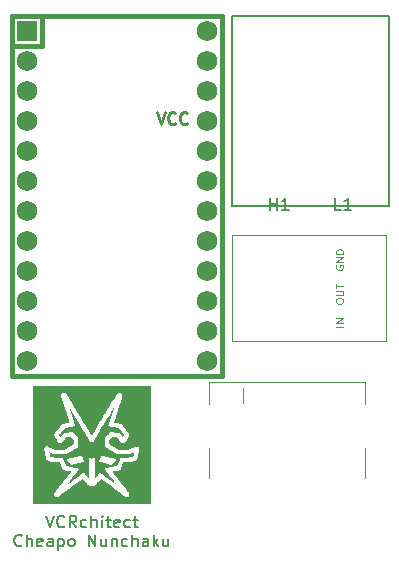
<source format=gbr>
%TF.GenerationSoftware,KiCad,Pcbnew,8.0.3*%
%TF.CreationDate,2024-07-16T22:13:22-05:00*%
%TF.ProjectId,3.3v Pro Micro Wii Connector,332e3376-2050-4726-9f20-4d6963726f20,rev?*%
%TF.SameCoordinates,Original*%
%TF.FileFunction,Legend,Top*%
%TF.FilePolarity,Positive*%
%FSLAX46Y46*%
G04 Gerber Fmt 4.6, Leading zero omitted, Abs format (unit mm)*
G04 Created by KiCad (PCBNEW 8.0.3) date 2024-07-16 22:13:22*
%MOMM*%
%LPD*%
G01*
G04 APERTURE LIST*
%ADD10C,0.200000*%
%ADD11C,0.250000*%
%ADD12C,0.125000*%
%ADD13C,0.120000*%
%ADD14C,0.127000*%
%ADD15C,0.000000*%
%ADD16C,0.381000*%
%ADD17C,0.100000*%
%ADD18R,1.752600X1.752600*%
%ADD19C,1.752600*%
G04 APERTURE END LIST*
D10*
X187865863Y-96857219D02*
X187389673Y-96857219D01*
X187389673Y-96857219D02*
X187389673Y-95857219D01*
X188723006Y-96857219D02*
X188151578Y-96857219D01*
X188437292Y-96857219D02*
X188437292Y-95857219D01*
X188437292Y-95857219D02*
X188342054Y-96000076D01*
X188342054Y-96000076D02*
X188246816Y-96095314D01*
X188246816Y-96095314D02*
X188151578Y-96142933D01*
D11*
X172279711Y-88604619D02*
X172613044Y-89604619D01*
X172613044Y-89604619D02*
X172946377Y-88604619D01*
X173851139Y-89509380D02*
X173803520Y-89557000D01*
X173803520Y-89557000D02*
X173660663Y-89604619D01*
X173660663Y-89604619D02*
X173565425Y-89604619D01*
X173565425Y-89604619D02*
X173422568Y-89557000D01*
X173422568Y-89557000D02*
X173327330Y-89461761D01*
X173327330Y-89461761D02*
X173279711Y-89366523D01*
X173279711Y-89366523D02*
X173232092Y-89176047D01*
X173232092Y-89176047D02*
X173232092Y-89033190D01*
X173232092Y-89033190D02*
X173279711Y-88842714D01*
X173279711Y-88842714D02*
X173327330Y-88747476D01*
X173327330Y-88747476D02*
X173422568Y-88652238D01*
X173422568Y-88652238D02*
X173565425Y-88604619D01*
X173565425Y-88604619D02*
X173660663Y-88604619D01*
X173660663Y-88604619D02*
X173803520Y-88652238D01*
X173803520Y-88652238D02*
X173851139Y-88699857D01*
X174851139Y-89509380D02*
X174803520Y-89557000D01*
X174803520Y-89557000D02*
X174660663Y-89604619D01*
X174660663Y-89604619D02*
X174565425Y-89604619D01*
X174565425Y-89604619D02*
X174422568Y-89557000D01*
X174422568Y-89557000D02*
X174327330Y-89461761D01*
X174327330Y-89461761D02*
X174279711Y-89366523D01*
X174279711Y-89366523D02*
X174232092Y-89176047D01*
X174232092Y-89176047D02*
X174232092Y-89033190D01*
X174232092Y-89033190D02*
X174279711Y-88842714D01*
X174279711Y-88842714D02*
X174327330Y-88747476D01*
X174327330Y-88747476D02*
X174422568Y-88652238D01*
X174422568Y-88652238D02*
X174565425Y-88604619D01*
X174565425Y-88604619D02*
X174660663Y-88604619D01*
X174660663Y-88604619D02*
X174803520Y-88652238D01*
X174803520Y-88652238D02*
X174851139Y-88699857D01*
D10*
X181889673Y-96857219D02*
X181889673Y-95857219D01*
X181889673Y-96333409D02*
X182461101Y-96333409D01*
X182461101Y-96857219D02*
X182461101Y-95857219D01*
X183461101Y-96857219D02*
X182889673Y-96857219D01*
X183175387Y-96857219D02*
X183175387Y-95857219D01*
X183175387Y-95857219D02*
X183080149Y-96000076D01*
X183080149Y-96000076D02*
X182984911Y-96095314D01*
X182984911Y-96095314D02*
X182889673Y-96142933D01*
X162889047Y-122747275D02*
X163222380Y-123747275D01*
X163222380Y-123747275D02*
X163555713Y-122747275D01*
X164460475Y-123652036D02*
X164412856Y-123699656D01*
X164412856Y-123699656D02*
X164269999Y-123747275D01*
X164269999Y-123747275D02*
X164174761Y-123747275D01*
X164174761Y-123747275D02*
X164031904Y-123699656D01*
X164031904Y-123699656D02*
X163936666Y-123604417D01*
X163936666Y-123604417D02*
X163889047Y-123509179D01*
X163889047Y-123509179D02*
X163841428Y-123318703D01*
X163841428Y-123318703D02*
X163841428Y-123175846D01*
X163841428Y-123175846D02*
X163889047Y-122985370D01*
X163889047Y-122985370D02*
X163936666Y-122890132D01*
X163936666Y-122890132D02*
X164031904Y-122794894D01*
X164031904Y-122794894D02*
X164174761Y-122747275D01*
X164174761Y-122747275D02*
X164269999Y-122747275D01*
X164269999Y-122747275D02*
X164412856Y-122794894D01*
X164412856Y-122794894D02*
X164460475Y-122842513D01*
X165460475Y-123747275D02*
X165127142Y-123271084D01*
X164889047Y-123747275D02*
X164889047Y-122747275D01*
X164889047Y-122747275D02*
X165269999Y-122747275D01*
X165269999Y-122747275D02*
X165365237Y-122794894D01*
X165365237Y-122794894D02*
X165412856Y-122842513D01*
X165412856Y-122842513D02*
X165460475Y-122937751D01*
X165460475Y-122937751D02*
X165460475Y-123080608D01*
X165460475Y-123080608D02*
X165412856Y-123175846D01*
X165412856Y-123175846D02*
X165365237Y-123223465D01*
X165365237Y-123223465D02*
X165269999Y-123271084D01*
X165269999Y-123271084D02*
X164889047Y-123271084D01*
X166317618Y-123699656D02*
X166222380Y-123747275D01*
X166222380Y-123747275D02*
X166031904Y-123747275D01*
X166031904Y-123747275D02*
X165936666Y-123699656D01*
X165936666Y-123699656D02*
X165889047Y-123652036D01*
X165889047Y-123652036D02*
X165841428Y-123556798D01*
X165841428Y-123556798D02*
X165841428Y-123271084D01*
X165841428Y-123271084D02*
X165889047Y-123175846D01*
X165889047Y-123175846D02*
X165936666Y-123128227D01*
X165936666Y-123128227D02*
X166031904Y-123080608D01*
X166031904Y-123080608D02*
X166222380Y-123080608D01*
X166222380Y-123080608D02*
X166317618Y-123128227D01*
X166746190Y-123747275D02*
X166746190Y-122747275D01*
X167174761Y-123747275D02*
X167174761Y-123223465D01*
X167174761Y-123223465D02*
X167127142Y-123128227D01*
X167127142Y-123128227D02*
X167031904Y-123080608D01*
X167031904Y-123080608D02*
X166889047Y-123080608D01*
X166889047Y-123080608D02*
X166793809Y-123128227D01*
X166793809Y-123128227D02*
X166746190Y-123175846D01*
X167650952Y-123747275D02*
X167650952Y-123080608D01*
X167650952Y-122747275D02*
X167603333Y-122794894D01*
X167603333Y-122794894D02*
X167650952Y-122842513D01*
X167650952Y-122842513D02*
X167698571Y-122794894D01*
X167698571Y-122794894D02*
X167650952Y-122747275D01*
X167650952Y-122747275D02*
X167650952Y-122842513D01*
X167984285Y-123080608D02*
X168365237Y-123080608D01*
X168127142Y-122747275D02*
X168127142Y-123604417D01*
X168127142Y-123604417D02*
X168174761Y-123699656D01*
X168174761Y-123699656D02*
X168269999Y-123747275D01*
X168269999Y-123747275D02*
X168365237Y-123747275D01*
X169079523Y-123699656D02*
X168984285Y-123747275D01*
X168984285Y-123747275D02*
X168793809Y-123747275D01*
X168793809Y-123747275D02*
X168698571Y-123699656D01*
X168698571Y-123699656D02*
X168650952Y-123604417D01*
X168650952Y-123604417D02*
X168650952Y-123223465D01*
X168650952Y-123223465D02*
X168698571Y-123128227D01*
X168698571Y-123128227D02*
X168793809Y-123080608D01*
X168793809Y-123080608D02*
X168984285Y-123080608D01*
X168984285Y-123080608D02*
X169079523Y-123128227D01*
X169079523Y-123128227D02*
X169127142Y-123223465D01*
X169127142Y-123223465D02*
X169127142Y-123318703D01*
X169127142Y-123318703D02*
X168650952Y-123413941D01*
X169984285Y-123699656D02*
X169889047Y-123747275D01*
X169889047Y-123747275D02*
X169698571Y-123747275D01*
X169698571Y-123747275D02*
X169603333Y-123699656D01*
X169603333Y-123699656D02*
X169555714Y-123652036D01*
X169555714Y-123652036D02*
X169508095Y-123556798D01*
X169508095Y-123556798D02*
X169508095Y-123271084D01*
X169508095Y-123271084D02*
X169555714Y-123175846D01*
X169555714Y-123175846D02*
X169603333Y-123128227D01*
X169603333Y-123128227D02*
X169698571Y-123080608D01*
X169698571Y-123080608D02*
X169889047Y-123080608D01*
X169889047Y-123080608D02*
X169984285Y-123128227D01*
X170270000Y-123080608D02*
X170650952Y-123080608D01*
X170412857Y-122747275D02*
X170412857Y-123604417D01*
X170412857Y-123604417D02*
X170460476Y-123699656D01*
X170460476Y-123699656D02*
X170555714Y-123747275D01*
X170555714Y-123747275D02*
X170650952Y-123747275D01*
X160841427Y-125261980D02*
X160793808Y-125309600D01*
X160793808Y-125309600D02*
X160650951Y-125357219D01*
X160650951Y-125357219D02*
X160555713Y-125357219D01*
X160555713Y-125357219D02*
X160412856Y-125309600D01*
X160412856Y-125309600D02*
X160317618Y-125214361D01*
X160317618Y-125214361D02*
X160269999Y-125119123D01*
X160269999Y-125119123D02*
X160222380Y-124928647D01*
X160222380Y-124928647D02*
X160222380Y-124785790D01*
X160222380Y-124785790D02*
X160269999Y-124595314D01*
X160269999Y-124595314D02*
X160317618Y-124500076D01*
X160317618Y-124500076D02*
X160412856Y-124404838D01*
X160412856Y-124404838D02*
X160555713Y-124357219D01*
X160555713Y-124357219D02*
X160650951Y-124357219D01*
X160650951Y-124357219D02*
X160793808Y-124404838D01*
X160793808Y-124404838D02*
X160841427Y-124452457D01*
X161269999Y-125357219D02*
X161269999Y-124357219D01*
X161698570Y-125357219D02*
X161698570Y-124833409D01*
X161698570Y-124833409D02*
X161650951Y-124738171D01*
X161650951Y-124738171D02*
X161555713Y-124690552D01*
X161555713Y-124690552D02*
X161412856Y-124690552D01*
X161412856Y-124690552D02*
X161317618Y-124738171D01*
X161317618Y-124738171D02*
X161269999Y-124785790D01*
X162555713Y-125309600D02*
X162460475Y-125357219D01*
X162460475Y-125357219D02*
X162269999Y-125357219D01*
X162269999Y-125357219D02*
X162174761Y-125309600D01*
X162174761Y-125309600D02*
X162127142Y-125214361D01*
X162127142Y-125214361D02*
X162127142Y-124833409D01*
X162127142Y-124833409D02*
X162174761Y-124738171D01*
X162174761Y-124738171D02*
X162269999Y-124690552D01*
X162269999Y-124690552D02*
X162460475Y-124690552D01*
X162460475Y-124690552D02*
X162555713Y-124738171D01*
X162555713Y-124738171D02*
X162603332Y-124833409D01*
X162603332Y-124833409D02*
X162603332Y-124928647D01*
X162603332Y-124928647D02*
X162127142Y-125023885D01*
X163460475Y-125357219D02*
X163460475Y-124833409D01*
X163460475Y-124833409D02*
X163412856Y-124738171D01*
X163412856Y-124738171D02*
X163317618Y-124690552D01*
X163317618Y-124690552D02*
X163127142Y-124690552D01*
X163127142Y-124690552D02*
X163031904Y-124738171D01*
X163460475Y-125309600D02*
X163365237Y-125357219D01*
X163365237Y-125357219D02*
X163127142Y-125357219D01*
X163127142Y-125357219D02*
X163031904Y-125309600D01*
X163031904Y-125309600D02*
X162984285Y-125214361D01*
X162984285Y-125214361D02*
X162984285Y-125119123D01*
X162984285Y-125119123D02*
X163031904Y-125023885D01*
X163031904Y-125023885D02*
X163127142Y-124976266D01*
X163127142Y-124976266D02*
X163365237Y-124976266D01*
X163365237Y-124976266D02*
X163460475Y-124928647D01*
X163936666Y-124690552D02*
X163936666Y-125690552D01*
X163936666Y-124738171D02*
X164031904Y-124690552D01*
X164031904Y-124690552D02*
X164222380Y-124690552D01*
X164222380Y-124690552D02*
X164317618Y-124738171D01*
X164317618Y-124738171D02*
X164365237Y-124785790D01*
X164365237Y-124785790D02*
X164412856Y-124881028D01*
X164412856Y-124881028D02*
X164412856Y-125166742D01*
X164412856Y-125166742D02*
X164365237Y-125261980D01*
X164365237Y-125261980D02*
X164317618Y-125309600D01*
X164317618Y-125309600D02*
X164222380Y-125357219D01*
X164222380Y-125357219D02*
X164031904Y-125357219D01*
X164031904Y-125357219D02*
X163936666Y-125309600D01*
X164984285Y-125357219D02*
X164889047Y-125309600D01*
X164889047Y-125309600D02*
X164841428Y-125261980D01*
X164841428Y-125261980D02*
X164793809Y-125166742D01*
X164793809Y-125166742D02*
X164793809Y-124881028D01*
X164793809Y-124881028D02*
X164841428Y-124785790D01*
X164841428Y-124785790D02*
X164889047Y-124738171D01*
X164889047Y-124738171D02*
X164984285Y-124690552D01*
X164984285Y-124690552D02*
X165127142Y-124690552D01*
X165127142Y-124690552D02*
X165222380Y-124738171D01*
X165222380Y-124738171D02*
X165269999Y-124785790D01*
X165269999Y-124785790D02*
X165317618Y-124881028D01*
X165317618Y-124881028D02*
X165317618Y-125166742D01*
X165317618Y-125166742D02*
X165269999Y-125261980D01*
X165269999Y-125261980D02*
X165222380Y-125309600D01*
X165222380Y-125309600D02*
X165127142Y-125357219D01*
X165127142Y-125357219D02*
X164984285Y-125357219D01*
X166508095Y-125357219D02*
X166508095Y-124357219D01*
X166508095Y-124357219D02*
X167079523Y-125357219D01*
X167079523Y-125357219D02*
X167079523Y-124357219D01*
X167984285Y-124690552D02*
X167984285Y-125357219D01*
X167555714Y-124690552D02*
X167555714Y-125214361D01*
X167555714Y-125214361D02*
X167603333Y-125309600D01*
X167603333Y-125309600D02*
X167698571Y-125357219D01*
X167698571Y-125357219D02*
X167841428Y-125357219D01*
X167841428Y-125357219D02*
X167936666Y-125309600D01*
X167936666Y-125309600D02*
X167984285Y-125261980D01*
X168460476Y-124690552D02*
X168460476Y-125357219D01*
X168460476Y-124785790D02*
X168508095Y-124738171D01*
X168508095Y-124738171D02*
X168603333Y-124690552D01*
X168603333Y-124690552D02*
X168746190Y-124690552D01*
X168746190Y-124690552D02*
X168841428Y-124738171D01*
X168841428Y-124738171D02*
X168889047Y-124833409D01*
X168889047Y-124833409D02*
X168889047Y-125357219D01*
X169793809Y-125309600D02*
X169698571Y-125357219D01*
X169698571Y-125357219D02*
X169508095Y-125357219D01*
X169508095Y-125357219D02*
X169412857Y-125309600D01*
X169412857Y-125309600D02*
X169365238Y-125261980D01*
X169365238Y-125261980D02*
X169317619Y-125166742D01*
X169317619Y-125166742D02*
X169317619Y-124881028D01*
X169317619Y-124881028D02*
X169365238Y-124785790D01*
X169365238Y-124785790D02*
X169412857Y-124738171D01*
X169412857Y-124738171D02*
X169508095Y-124690552D01*
X169508095Y-124690552D02*
X169698571Y-124690552D01*
X169698571Y-124690552D02*
X169793809Y-124738171D01*
X170222381Y-125357219D02*
X170222381Y-124357219D01*
X170650952Y-125357219D02*
X170650952Y-124833409D01*
X170650952Y-124833409D02*
X170603333Y-124738171D01*
X170603333Y-124738171D02*
X170508095Y-124690552D01*
X170508095Y-124690552D02*
X170365238Y-124690552D01*
X170365238Y-124690552D02*
X170270000Y-124738171D01*
X170270000Y-124738171D02*
X170222381Y-124785790D01*
X171555714Y-125357219D02*
X171555714Y-124833409D01*
X171555714Y-124833409D02*
X171508095Y-124738171D01*
X171508095Y-124738171D02*
X171412857Y-124690552D01*
X171412857Y-124690552D02*
X171222381Y-124690552D01*
X171222381Y-124690552D02*
X171127143Y-124738171D01*
X171555714Y-125309600D02*
X171460476Y-125357219D01*
X171460476Y-125357219D02*
X171222381Y-125357219D01*
X171222381Y-125357219D02*
X171127143Y-125309600D01*
X171127143Y-125309600D02*
X171079524Y-125214361D01*
X171079524Y-125214361D02*
X171079524Y-125119123D01*
X171079524Y-125119123D02*
X171127143Y-125023885D01*
X171127143Y-125023885D02*
X171222381Y-124976266D01*
X171222381Y-124976266D02*
X171460476Y-124976266D01*
X171460476Y-124976266D02*
X171555714Y-124928647D01*
X172031905Y-125357219D02*
X172031905Y-124357219D01*
X172127143Y-124976266D02*
X172412857Y-125357219D01*
X172412857Y-124690552D02*
X172031905Y-125071504D01*
X173270000Y-124690552D02*
X173270000Y-125357219D01*
X172841429Y-124690552D02*
X172841429Y-125214361D01*
X172841429Y-125214361D02*
X172889048Y-125309600D01*
X172889048Y-125309600D02*
X172984286Y-125357219D01*
X172984286Y-125357219D02*
X173127143Y-125357219D01*
X173127143Y-125357219D02*
X173222381Y-125309600D01*
X173222381Y-125309600D02*
X173270000Y-125261980D01*
D12*
X188083952Y-106739999D02*
X187433952Y-106739999D01*
X188083952Y-106430475D02*
X187433952Y-106430475D01*
X187433952Y-106430475D02*
X188083952Y-106059046D01*
X188083952Y-106059046D02*
X187433952Y-106059046D01*
X187433952Y-104635237D02*
X187433952Y-104511428D01*
X187433952Y-104511428D02*
X187464904Y-104449523D01*
X187464904Y-104449523D02*
X187526809Y-104387618D01*
X187526809Y-104387618D02*
X187650619Y-104356666D01*
X187650619Y-104356666D02*
X187867285Y-104356666D01*
X187867285Y-104356666D02*
X187991095Y-104387618D01*
X187991095Y-104387618D02*
X188053000Y-104449523D01*
X188053000Y-104449523D02*
X188083952Y-104511428D01*
X188083952Y-104511428D02*
X188083952Y-104635237D01*
X188083952Y-104635237D02*
X188053000Y-104697142D01*
X188053000Y-104697142D02*
X187991095Y-104759047D01*
X187991095Y-104759047D02*
X187867285Y-104789999D01*
X187867285Y-104789999D02*
X187650619Y-104789999D01*
X187650619Y-104789999D02*
X187526809Y-104759047D01*
X187526809Y-104759047D02*
X187464904Y-104697142D01*
X187464904Y-104697142D02*
X187433952Y-104635237D01*
X187433952Y-104078095D02*
X187960142Y-104078095D01*
X187960142Y-104078095D02*
X188022047Y-104047142D01*
X188022047Y-104047142D02*
X188053000Y-104016190D01*
X188053000Y-104016190D02*
X188083952Y-103954285D01*
X188083952Y-103954285D02*
X188083952Y-103830476D01*
X188083952Y-103830476D02*
X188053000Y-103768571D01*
X188053000Y-103768571D02*
X188022047Y-103737618D01*
X188022047Y-103737618D02*
X187960142Y-103706666D01*
X187960142Y-103706666D02*
X187433952Y-103706666D01*
X187433952Y-103490000D02*
X187433952Y-103118571D01*
X188083952Y-103304285D02*
X187433952Y-103304285D01*
X187464904Y-101570952D02*
X187433952Y-101632857D01*
X187433952Y-101632857D02*
X187433952Y-101725714D01*
X187433952Y-101725714D02*
X187464904Y-101818571D01*
X187464904Y-101818571D02*
X187526809Y-101880476D01*
X187526809Y-101880476D02*
X187588714Y-101911429D01*
X187588714Y-101911429D02*
X187712523Y-101942381D01*
X187712523Y-101942381D02*
X187805380Y-101942381D01*
X187805380Y-101942381D02*
X187929190Y-101911429D01*
X187929190Y-101911429D02*
X187991095Y-101880476D01*
X187991095Y-101880476D02*
X188053000Y-101818571D01*
X188053000Y-101818571D02*
X188083952Y-101725714D01*
X188083952Y-101725714D02*
X188083952Y-101663810D01*
X188083952Y-101663810D02*
X188053000Y-101570952D01*
X188053000Y-101570952D02*
X188022047Y-101540000D01*
X188022047Y-101540000D02*
X187805380Y-101540000D01*
X187805380Y-101540000D02*
X187805380Y-101663810D01*
X188083952Y-101261429D02*
X187433952Y-101261429D01*
X187433952Y-101261429D02*
X188083952Y-100890000D01*
X188083952Y-100890000D02*
X187433952Y-100890000D01*
X188083952Y-100580477D02*
X187433952Y-100580477D01*
X187433952Y-100580477D02*
X187433952Y-100425715D01*
X187433952Y-100425715D02*
X187464904Y-100332858D01*
X187464904Y-100332858D02*
X187526809Y-100270953D01*
X187526809Y-100270953D02*
X187588714Y-100240000D01*
X187588714Y-100240000D02*
X187712523Y-100209048D01*
X187712523Y-100209048D02*
X187805380Y-100209048D01*
X187805380Y-100209048D02*
X187929190Y-100240000D01*
X187929190Y-100240000D02*
X187991095Y-100270953D01*
X187991095Y-100270953D02*
X188053000Y-100332858D01*
X188053000Y-100332858D02*
X188083952Y-100425715D01*
X188083952Y-100425715D02*
X188083952Y-100580477D01*
D13*
%TO.C,Connector1*%
X176689000Y-111442000D02*
X176689000Y-113335000D01*
X176689000Y-111442000D02*
X189897000Y-111442000D01*
X176689000Y-117030000D02*
X176689000Y-119570000D01*
X179610000Y-113220000D02*
X179610000Y-111950000D01*
X189897000Y-111442000D02*
X189897000Y-113335000D01*
X189897000Y-117030000D02*
X189897000Y-119570000D01*
D14*
%TO.C,U3*%
X178605000Y-80465000D02*
X191935000Y-80465000D01*
X178605000Y-96515000D02*
X178605000Y-80465000D01*
X191935000Y-80465000D02*
X191935000Y-96515000D01*
X191935000Y-96515000D02*
X178605000Y-96515000D01*
D15*
%TO.C,G\u002A\u002A\u002A*%
G36*
X168664801Y-113589472D02*
G01*
X168653370Y-113627172D01*
X168634634Y-113686501D01*
X168609359Y-113765100D01*
X168578310Y-113860609D01*
X168542255Y-113970669D01*
X168501959Y-114092921D01*
X168458188Y-114225006D01*
X168423247Y-114329983D01*
X168377146Y-114468654D01*
X168333799Y-114599853D01*
X168293996Y-114721140D01*
X168258523Y-114830073D01*
X168228169Y-114924212D01*
X168203723Y-115001116D01*
X168185973Y-115058343D01*
X168175707Y-115093454D01*
X168173391Y-115103723D01*
X168175094Y-115122061D01*
X168181988Y-115137701D01*
X168196753Y-115151463D01*
X168222070Y-115164166D01*
X168260619Y-115176630D01*
X168315080Y-115189672D01*
X168388133Y-115204113D01*
X168482457Y-115220771D01*
X168600734Y-115240466D01*
X168643751Y-115247490D01*
X169063078Y-115315766D01*
X169295614Y-115606318D01*
X169357466Y-115683789D01*
X169413445Y-115754267D01*
X169461241Y-115814812D01*
X169498544Y-115862488D01*
X169523045Y-115894356D01*
X169532425Y-115907462D01*
X169527229Y-115922663D01*
X169510521Y-115953548D01*
X169486726Y-115993145D01*
X169460266Y-116034488D01*
X169435563Y-116070607D01*
X169417041Y-116094532D01*
X169410043Y-116100297D01*
X169400227Y-116089381D01*
X169378450Y-116059551D01*
X169347835Y-116015235D01*
X169311502Y-115960860D01*
X169307731Y-115955125D01*
X169269457Y-115898953D01*
X169234627Y-115851666D01*
X169206949Y-115818049D01*
X169190134Y-115802888D01*
X169189554Y-115802670D01*
X169160689Y-115795243D01*
X169110158Y-115784023D01*
X169042548Y-115769888D01*
X168962449Y-115753718D01*
X168874449Y-115736391D01*
X168783136Y-115718786D01*
X168693099Y-115701781D01*
X168608926Y-115686256D01*
X168535207Y-115673090D01*
X168476529Y-115663161D01*
X168437481Y-115657348D01*
X168424740Y-115656192D01*
X168407764Y-115657594D01*
X168390111Y-115663355D01*
X168368958Y-115675806D01*
X168341485Y-115697279D01*
X168304870Y-115730106D01*
X168256292Y-115776619D01*
X168192929Y-115839149D01*
X168142581Y-115889386D01*
X167909387Y-116122580D01*
X167909387Y-116525899D01*
X167909716Y-116652092D01*
X167910766Y-116752787D01*
X167912629Y-116830268D01*
X167915399Y-116886820D01*
X167919170Y-116924727D01*
X167924034Y-116946275D01*
X167926756Y-116951441D01*
X167942263Y-116962925D01*
X167979342Y-116986500D01*
X168035362Y-117020605D01*
X168107691Y-117063678D01*
X168193696Y-117114158D01*
X168290745Y-117170483D01*
X168396206Y-117231091D01*
X168446479Y-117259786D01*
X168948834Y-117545908D01*
X169478394Y-117545908D01*
X170007954Y-117545908D01*
X170175952Y-117461693D01*
X170237869Y-117431347D01*
X170290503Y-117406859D01*
X170329130Y-117390328D01*
X170349025Y-117383855D01*
X170350562Y-117384092D01*
X170351260Y-117400460D01*
X170346355Y-117437527D01*
X170337196Y-117489083D01*
X170325130Y-117548921D01*
X170311507Y-117610833D01*
X170297676Y-117668610D01*
X170284984Y-117716044D01*
X170274782Y-117746928D01*
X170269913Y-117755333D01*
X170251927Y-117761602D01*
X170211644Y-117773064D01*
X170153793Y-117788456D01*
X170083107Y-117806511D01*
X170020215Y-117822091D01*
X169785830Y-117879387D01*
X169503327Y-117879387D01*
X169396548Y-117879960D01*
X169315148Y-117881770D01*
X169256739Y-117884953D01*
X169218934Y-117889645D01*
X169199342Y-117895982D01*
X169198235Y-117896756D01*
X169187123Y-117913986D01*
X169167577Y-117953467D01*
X169141218Y-118011543D01*
X169109666Y-118084556D01*
X169074542Y-118168851D01*
X169042519Y-118248071D01*
X168909393Y-118582017D01*
X168419825Y-118651025D01*
X168283984Y-118670300D01*
X168173141Y-118686543D01*
X168084758Y-118700470D01*
X168016296Y-118712794D01*
X167965218Y-118724231D01*
X167928986Y-118735495D01*
X167905061Y-118747301D01*
X167890905Y-118760364D01*
X167883979Y-118775398D01*
X167881747Y-118793117D01*
X167881597Y-118802572D01*
X167881746Y-118810374D01*
X167882998Y-118818510D01*
X167886559Y-118828596D01*
X167893636Y-118842246D01*
X167905437Y-118861076D01*
X167923169Y-118886702D01*
X167948038Y-118920738D01*
X167981251Y-118964801D01*
X168024016Y-119020505D01*
X168077538Y-119089466D01*
X168143026Y-119173300D01*
X168221686Y-119273621D01*
X168314726Y-119392045D01*
X168423351Y-119530188D01*
X168461268Y-119578400D01*
X168545923Y-119686156D01*
X168625136Y-119787208D01*
X168697284Y-119879472D01*
X168760748Y-119960865D01*
X168813908Y-120029305D01*
X168855142Y-120082710D01*
X168882832Y-120118995D01*
X168895357Y-120136080D01*
X168895930Y-120137119D01*
X168885057Y-120130215D01*
X168853718Y-120108235D01*
X168803833Y-120072569D01*
X168737319Y-120024609D01*
X168656097Y-119965745D01*
X168562085Y-119897368D01*
X168457202Y-119820870D01*
X168343368Y-119737641D01*
X168222501Y-119649072D01*
X168213534Y-119642494D01*
X168091120Y-119552824D01*
X167974704Y-119467825D01*
X167866327Y-119388971D01*
X167768029Y-119317731D01*
X167681851Y-119255577D01*
X167609832Y-119203980D01*
X167554013Y-119164413D01*
X167516434Y-119138345D01*
X167499134Y-119127248D01*
X167498968Y-119127170D01*
X167475544Y-119119001D01*
X167452904Y-119118440D01*
X167428438Y-119127665D01*
X167399535Y-119148851D01*
X167363585Y-119184175D01*
X167317975Y-119235813D01*
X167260096Y-119305942D01*
X167210592Y-119367563D01*
X167020109Y-119606119D01*
X167020109Y-118702060D01*
X167020124Y-118516732D01*
X167020063Y-118357254D01*
X167019770Y-118221688D01*
X167019384Y-118157140D01*
X167411336Y-118157140D01*
X167490148Y-118180057D01*
X167647723Y-118225769D01*
X167797106Y-118268899D01*
X167936129Y-118308831D01*
X168062623Y-118344954D01*
X168174419Y-118376653D01*
X168269347Y-118403314D01*
X168345240Y-118424324D01*
X168399928Y-118439069D01*
X168431241Y-118446936D01*
X168437564Y-118448104D01*
X168453166Y-118438932D01*
X168485036Y-118412719D01*
X168530036Y-118372315D01*
X168585027Y-118320569D01*
X168646871Y-118260331D01*
X168672734Y-118234586D01*
X168743835Y-118162924D01*
X168797021Y-118108029D01*
X168834389Y-118067391D01*
X168858035Y-118038494D01*
X168870059Y-118018827D01*
X168872556Y-118005877D01*
X168869373Y-117998980D01*
X168858822Y-117975131D01*
X168860816Y-117963365D01*
X168866054Y-117949888D01*
X168864885Y-117948862D01*
X168850749Y-117945934D01*
X168812194Y-117937551D01*
X168751922Y-117924308D01*
X168672638Y-117906804D01*
X168577043Y-117885637D01*
X168467842Y-117861403D01*
X168347737Y-117834702D01*
X168235317Y-117809670D01*
X168107257Y-117781306D01*
X167987190Y-117755042D01*
X167877904Y-117731463D01*
X167782184Y-117711157D01*
X167702817Y-117694707D01*
X167642588Y-117682701D01*
X167604285Y-117675725D01*
X167591003Y-117674194D01*
X167579375Y-117688627D01*
X167561067Y-117727247D01*
X167537107Y-117787539D01*
X167508525Y-117866991D01*
X167491348Y-117917525D01*
X167411336Y-118157140D01*
X167019384Y-118157140D01*
X167019090Y-118108096D01*
X167017865Y-118014538D01*
X167015939Y-117939076D01*
X167013157Y-117879771D01*
X167009361Y-117834684D01*
X167004395Y-117801876D01*
X166998103Y-117779409D01*
X166990329Y-117765343D01*
X166980916Y-117757740D01*
X166969709Y-117754661D01*
X166956549Y-117754168D01*
X166943687Y-117754332D01*
X166918813Y-117757701D01*
X166897419Y-117770683D01*
X166875804Y-117797588D01*
X166850267Y-117842728D01*
X166826369Y-117891034D01*
X166803013Y-117937544D01*
X166783598Y-117972434D01*
X166771528Y-117989690D01*
X166770000Y-117990547D01*
X166760432Y-117978934D01*
X166742620Y-117948104D01*
X166719971Y-117904071D01*
X166713630Y-117891034D01*
X166682738Y-117829423D01*
X166658536Y-117789274D01*
X166637324Y-117766277D01*
X166615403Y-117756119D01*
X166596313Y-117754332D01*
X166581368Y-117754153D01*
X166568508Y-117754908D01*
X166557577Y-117758535D01*
X166548417Y-117766975D01*
X166540873Y-117782165D01*
X166534788Y-117806044D01*
X166530005Y-117840551D01*
X166526370Y-117887625D01*
X166523724Y-117949205D01*
X166521912Y-118027230D01*
X166520778Y-118123638D01*
X166520165Y-118240368D01*
X166519917Y-118379359D01*
X166519877Y-118542550D01*
X166519890Y-118702060D01*
X166519890Y-119606119D01*
X166329407Y-119367563D01*
X166261327Y-119283115D01*
X166207354Y-119218689D01*
X166164878Y-119172110D01*
X166131287Y-119141200D01*
X166103970Y-119123784D01*
X166080317Y-119117684D01*
X166057717Y-119120725D01*
X166041031Y-119127170D01*
X166024303Y-119137845D01*
X165987241Y-119163531D01*
X165931884Y-119202756D01*
X165860273Y-119254049D01*
X165774448Y-119315939D01*
X165676449Y-119386955D01*
X165568316Y-119465624D01*
X165452089Y-119550477D01*
X165329808Y-119640041D01*
X165326465Y-119642494D01*
X165205164Y-119731395D01*
X165090757Y-119815057D01*
X164985162Y-119892089D01*
X164890299Y-119961100D01*
X164808087Y-120020699D01*
X164740445Y-120069495D01*
X164689291Y-120106097D01*
X164656546Y-120129114D01*
X164644128Y-120137155D01*
X164644070Y-120137119D01*
X164652402Y-120125347D01*
X164676320Y-120093835D01*
X164714202Y-120044665D01*
X164764428Y-119979919D01*
X164825379Y-119901681D01*
X164895433Y-119812033D01*
X164972971Y-119713057D01*
X165056373Y-119606838D01*
X165078732Y-119578400D01*
X165192555Y-119433663D01*
X165290408Y-119309157D01*
X165373500Y-119203267D01*
X165443036Y-119114377D01*
X165500225Y-119040872D01*
X165546272Y-118981137D01*
X165582385Y-118933555D01*
X165609770Y-118896513D01*
X165629636Y-118868394D01*
X165643188Y-118847582D01*
X165651633Y-118832464D01*
X165656179Y-118821422D01*
X165658033Y-118812843D01*
X165658401Y-118805109D01*
X165658402Y-118802572D01*
X165657498Y-118783344D01*
X165653094Y-118767137D01*
X165642651Y-118753238D01*
X165623631Y-118740930D01*
X165593496Y-118729501D01*
X165549708Y-118718234D01*
X165489729Y-118706415D01*
X165411021Y-118693330D01*
X165311045Y-118678264D01*
X165187263Y-118660503D01*
X165120174Y-118651025D01*
X164630606Y-118582017D01*
X164497480Y-118248071D01*
X164460574Y-118156965D01*
X164425837Y-118073978D01*
X164397387Y-118008507D01*
X164667286Y-118008507D01*
X164671879Y-118022840D01*
X164686500Y-118044493D01*
X164713249Y-118075979D01*
X164754222Y-118119810D01*
X164811516Y-118178499D01*
X164867265Y-118234586D01*
X164930576Y-118297369D01*
X164987773Y-118352899D01*
X165035821Y-118398326D01*
X165071684Y-118430802D01*
X165092329Y-118447474D01*
X165095675Y-118449081D01*
X165112108Y-118445395D01*
X165151900Y-118434955D01*
X165211704Y-118418684D01*
X165288172Y-118397505D01*
X165377954Y-118372342D01*
X165477703Y-118344120D01*
X165526587Y-118330200D01*
X165634570Y-118299364D01*
X165738331Y-118269683D01*
X165833645Y-118242371D01*
X165916284Y-118218639D01*
X165982024Y-118199700D01*
X166026639Y-118186767D01*
X166035898Y-118184055D01*
X166128547Y-118156790D01*
X166048593Y-117917350D01*
X166017936Y-117828545D01*
X165991337Y-117757525D01*
X165969827Y-117706804D01*
X165954435Y-117678898D01*
X165948997Y-117674194D01*
X165931784Y-117676375D01*
X165890249Y-117684090D01*
X165827179Y-117696752D01*
X165745359Y-117713776D01*
X165647576Y-117734575D01*
X165536616Y-117758563D01*
X165415265Y-117785156D01*
X165304682Y-117809670D01*
X165177226Y-117838047D01*
X165058297Y-117864481D01*
X164950600Y-117888375D01*
X164856837Y-117909131D01*
X164779712Y-117926150D01*
X164721927Y-117938836D01*
X164686185Y-117946591D01*
X164675115Y-117948862D01*
X164676227Y-117958021D01*
X164679183Y-117963365D01*
X164678890Y-117984655D01*
X164670626Y-117998980D01*
X164667286Y-118008507D01*
X164397387Y-118008507D01*
X164394891Y-118002764D01*
X164369355Y-117946982D01*
X164350851Y-117910286D01*
X164341764Y-117896756D01*
X164323963Y-117890237D01*
X164288200Y-117885377D01*
X164232087Y-117882040D01*
X164153237Y-117880091D01*
X164049259Y-117879393D01*
X164036672Y-117879387D01*
X163754170Y-117879387D01*
X163519784Y-117822091D01*
X163442213Y-117802813D01*
X163373675Y-117785181D01*
X163318904Y-117770462D01*
X163282628Y-117759920D01*
X163270086Y-117755333D01*
X163262376Y-117739422D01*
X163251249Y-117702695D01*
X163238056Y-117651358D01*
X163224145Y-117591621D01*
X163210864Y-117529690D01*
X163199563Y-117471775D01*
X163191589Y-117424084D01*
X163188292Y-117392824D01*
X163189438Y-117384092D01*
X163203564Y-117387541D01*
X163237676Y-117401605D01*
X163287050Y-117424185D01*
X163346963Y-117453180D01*
X163364048Y-117461693D01*
X163532045Y-117545908D01*
X164061605Y-117545908D01*
X164591165Y-117545908D01*
X165093520Y-117259786D01*
X165201949Y-117197741D01*
X165303168Y-117139265D01*
X165394547Y-117085920D01*
X165473451Y-117039269D01*
X165537250Y-117000872D01*
X165583311Y-116972292D01*
X165609002Y-116955089D01*
X165613244Y-116951441D01*
X165618660Y-116936868D01*
X165622938Y-116907020D01*
X165626172Y-116859614D01*
X165628455Y-116792365D01*
X165629880Y-116702988D01*
X165630540Y-116589198D01*
X165630612Y-116525899D01*
X165630612Y-116122580D01*
X165397419Y-115889386D01*
X165322955Y-115815217D01*
X165265106Y-115758578D01*
X165221051Y-115717137D01*
X165187969Y-115688563D01*
X165163037Y-115670525D01*
X165143434Y-115660689D01*
X165126340Y-115656725D01*
X165115259Y-115656192D01*
X165091566Y-115658831D01*
X165045235Y-115666162D01*
X164980856Y-115677306D01*
X164903016Y-115691384D01*
X164816305Y-115707518D01*
X164725310Y-115724829D01*
X164634621Y-115742437D01*
X164548825Y-115759465D01*
X164472511Y-115775033D01*
X164410269Y-115788263D01*
X164366685Y-115798275D01*
X164350446Y-115802670D01*
X164334396Y-115816578D01*
X164307263Y-115849227D01*
X164272756Y-115895832D01*
X164234583Y-115951608D01*
X164232268Y-115955125D01*
X164195541Y-116010251D01*
X164164224Y-116055756D01*
X164141438Y-116087210D01*
X164130304Y-116100186D01*
X164129956Y-116100297D01*
X164118560Y-116089354D01*
X164097824Y-116061238D01*
X164072169Y-116022918D01*
X164046018Y-115981363D01*
X164023794Y-115943541D01*
X164009921Y-115916422D01*
X164007574Y-115907462D01*
X164017070Y-115894204D01*
X164041662Y-115862221D01*
X164079043Y-115814451D01*
X164126900Y-115753830D01*
X164182925Y-115683297D01*
X164244385Y-115606318D01*
X164476921Y-115315766D01*
X164896249Y-115247490D01*
X165022695Y-115226659D01*
X165124337Y-115209125D01*
X165203856Y-115194069D01*
X165263932Y-115180671D01*
X165307245Y-115168112D01*
X165336475Y-115155574D01*
X165354302Y-115142237D01*
X165363406Y-115127282D01*
X165366467Y-115109890D01*
X165366608Y-115103723D01*
X165362315Y-115086335D01*
X165349961Y-115045045D01*
X165330336Y-114982294D01*
X165304226Y-114900521D01*
X165272420Y-114802169D01*
X165235707Y-114689679D01*
X165194874Y-114565490D01*
X165150710Y-114432044D01*
X165116752Y-114329983D01*
X165070862Y-114192028D01*
X165027868Y-114062123D01*
X164988535Y-113942625D01*
X164953630Y-113835895D01*
X164923918Y-113744291D01*
X164900166Y-113670172D01*
X164883140Y-113615898D01*
X164873607Y-113583829D01*
X164871839Y-113575760D01*
X164879522Y-113586776D01*
X164900723Y-113620137D01*
X164934568Y-113674415D01*
X164980183Y-113748182D01*
X165036694Y-113840010D01*
X165103227Y-113948472D01*
X165178908Y-114072138D01*
X165262863Y-114209582D01*
X165354219Y-114359374D01*
X165452100Y-114520089D01*
X165555634Y-114690296D01*
X165663946Y-114868569D01*
X165764242Y-115033827D01*
X165876734Y-115219089D01*
X165985695Y-115398173D01*
X166090210Y-115569595D01*
X166189364Y-115731869D01*
X166282241Y-115883508D01*
X166367927Y-116023028D01*
X166445506Y-116148943D01*
X166514064Y-116259766D01*
X166572684Y-116354013D01*
X166620453Y-116430197D01*
X166656454Y-116486833D01*
X166679773Y-116522434D01*
X166688940Y-116535049D01*
X166735966Y-116567164D01*
X166785577Y-116572224D01*
X166834011Y-116550229D01*
X166851060Y-116535049D01*
X166862876Y-116518499D01*
X166888153Y-116479651D01*
X166925976Y-116419993D01*
X166975428Y-116341008D01*
X167035595Y-116244184D01*
X167105563Y-116131005D01*
X167184415Y-116002958D01*
X167271236Y-115861527D01*
X167365112Y-115708200D01*
X167465127Y-115544461D01*
X167570366Y-115371797D01*
X167679915Y-115191693D01*
X167775757Y-115033827D01*
X167887605Y-114849546D01*
X167995457Y-114672051D01*
X168098440Y-114502772D01*
X168195678Y-114343135D01*
X168286299Y-114194570D01*
X168369428Y-114058504D01*
X168444191Y-113936364D01*
X168509715Y-113829579D01*
X168565125Y-113739578D01*
X168609547Y-113667787D01*
X168642107Y-113615634D01*
X168661932Y-113584549D01*
X168668160Y-113575760D01*
X168664801Y-113589472D01*
G37*
G36*
X171772188Y-116740000D02*
G01*
X171772188Y-121742188D01*
X166770000Y-121742188D01*
X161767812Y-121742188D01*
X161767812Y-117097242D01*
X162754319Y-117097242D01*
X162757204Y-117132897D01*
X162765290Y-117190253D01*
X162777681Y-117264918D01*
X162793484Y-117352501D01*
X162811806Y-117448610D01*
X162831751Y-117548854D01*
X162852427Y-117648841D01*
X162872940Y-117744180D01*
X162892395Y-117830480D01*
X162909898Y-117903348D01*
X162924556Y-117958394D01*
X162935475Y-117991227D01*
X162936935Y-117994361D01*
X162952601Y-118020001D01*
X162973372Y-118042095D01*
X163002601Y-118062090D01*
X163043640Y-118081428D01*
X163099839Y-118101555D01*
X163174550Y-118123915D01*
X163271126Y-118149952D01*
X163337943Y-118167171D01*
X163429810Y-118190330D01*
X163502221Y-118207445D01*
X163562583Y-118219586D01*
X163618302Y-118227824D01*
X163676787Y-118233229D01*
X163745443Y-118236871D01*
X163831679Y-118239822D01*
X163843024Y-118240164D01*
X164091048Y-118247604D01*
X164205258Y-118532450D01*
X164239530Y-118617446D01*
X164271253Y-118695223D01*
X164298670Y-118761543D01*
X164320024Y-118812168D01*
X164333557Y-118842860D01*
X164336337Y-118848516D01*
X164354096Y-118872437D01*
X164381403Y-118892835D01*
X164421470Y-118910712D01*
X164477511Y-118927073D01*
X164552740Y-118942920D01*
X164650371Y-118959258D01*
X164727440Y-118970626D01*
X164811302Y-118982936D01*
X164885719Y-118994583D01*
X164946313Y-119004823D01*
X164988703Y-119012911D01*
X165008510Y-119018103D01*
X165009203Y-119018530D01*
X165002505Y-119030636D01*
X164979833Y-119062900D01*
X164942448Y-119113678D01*
X164891607Y-119181326D01*
X164828569Y-119264198D01*
X164754593Y-119360651D01*
X164670937Y-119469041D01*
X164578860Y-119587722D01*
X164479621Y-119715050D01*
X164374478Y-119849381D01*
X164325990Y-119911145D01*
X164217737Y-120049092D01*
X164114123Y-120181468D01*
X164016487Y-120306545D01*
X163926167Y-120422594D01*
X163844498Y-120527886D01*
X163772819Y-120620691D01*
X163712468Y-120699280D01*
X163664780Y-120761925D01*
X163631094Y-120806896D01*
X163612747Y-120832464D01*
X163610009Y-120836859D01*
X163593583Y-120890903D01*
X163589335Y-120957345D01*
X163597036Y-121023721D01*
X163614370Y-121073810D01*
X163655105Y-121122620D01*
X163712922Y-121155672D01*
X163780987Y-121171361D01*
X163852465Y-121168083D01*
X163918611Y-121145256D01*
X163937199Y-121133158D01*
X163976492Y-121105786D01*
X164034822Y-121064347D01*
X164110520Y-121010052D01*
X164201919Y-120944108D01*
X164307349Y-120867725D01*
X164425143Y-120782111D01*
X164553633Y-120688475D01*
X164691150Y-120588027D01*
X164836025Y-120481974D01*
X164986591Y-120371526D01*
X164998391Y-120362861D01*
X166026619Y-119607704D01*
X166259608Y-119900302D01*
X166336429Y-119995444D01*
X166404289Y-120076808D01*
X166461445Y-120142409D01*
X166506154Y-120190265D01*
X166536672Y-120218392D01*
X166543263Y-120222965D01*
X166567701Y-120235704D01*
X166594178Y-120244280D01*
X166628700Y-120249490D01*
X166677275Y-120252130D01*
X166745909Y-120252997D01*
X166770000Y-120253031D01*
X166845456Y-120252523D01*
X166899140Y-120250470D01*
X166937058Y-120246074D01*
X166965217Y-120238539D01*
X166989624Y-120227069D01*
X166996737Y-120222965D01*
X167022251Y-120201700D01*
X167062525Y-120160058D01*
X167115814Y-120100025D01*
X167180376Y-120023583D01*
X167254467Y-119932715D01*
X167280391Y-119900302D01*
X167513380Y-119607704D01*
X168541608Y-120362861D01*
X168692544Y-120473597D01*
X168837917Y-120580032D01*
X168976061Y-120680956D01*
X169105306Y-120775160D01*
X169223984Y-120861435D01*
X169330428Y-120938573D01*
X169422968Y-121005365D01*
X169499937Y-121060602D01*
X169559665Y-121103075D01*
X169600486Y-121131575D01*
X169620730Y-121144894D01*
X169621388Y-121145256D01*
X169689180Y-121168403D01*
X169760100Y-121171319D01*
X169827463Y-121155663D01*
X169884588Y-121123095D01*
X169924789Y-121075273D01*
X169927882Y-121069172D01*
X169945747Y-121009853D01*
X169951035Y-120941289D01*
X169943633Y-120875854D01*
X169929990Y-120836859D01*
X169918124Y-120819500D01*
X169890387Y-120782049D01*
X169848115Y-120726235D01*
X169792647Y-120653789D01*
X169725319Y-120566438D01*
X169647469Y-120465912D01*
X169560433Y-120353940D01*
X169465550Y-120232251D01*
X169364157Y-120102575D01*
X169257591Y-119966639D01*
X169214009Y-119911145D01*
X169106638Y-119774220D01*
X169004609Y-119643564D01*
X168909181Y-119520821D01*
X168821612Y-119407637D01*
X168743161Y-119305655D01*
X168675087Y-119216519D01*
X168618649Y-119141875D01*
X168575104Y-119083367D01*
X168545712Y-119042639D01*
X168531731Y-119021336D01*
X168530797Y-119018530D01*
X168547312Y-119013774D01*
X168586985Y-119006024D01*
X168645437Y-118996025D01*
X168718288Y-118984520D01*
X168801159Y-118972254D01*
X168812560Y-118970626D01*
X168926491Y-118953430D01*
X169015929Y-118937378D01*
X169084088Y-118921466D01*
X169134182Y-118904689D01*
X169169424Y-118886045D01*
X169193030Y-118864530D01*
X169203663Y-118848516D01*
X169213666Y-118826753D01*
X169232176Y-118783405D01*
X169257435Y-118722707D01*
X169287687Y-118648898D01*
X169321173Y-118566216D01*
X169334741Y-118532450D01*
X169448952Y-118247604D01*
X169696976Y-118240164D01*
X169785700Y-118237225D01*
X169855997Y-118233716D01*
X169915271Y-118228567D01*
X169970932Y-118220709D01*
X170030385Y-118209069D01*
X170101039Y-118192579D01*
X170190299Y-118170167D01*
X170202057Y-118167171D01*
X170312738Y-118138362D01*
X170399627Y-118114062D01*
X170466074Y-118092826D01*
X170515431Y-118073210D01*
X170551049Y-118053769D01*
X170576280Y-118033060D01*
X170594475Y-118009638D01*
X170603065Y-117994361D01*
X170613191Y-117965971D01*
X170627225Y-117914599D01*
X170644271Y-117844636D01*
X170663434Y-117760473D01*
X170683819Y-117666501D01*
X170704532Y-117567110D01*
X170724678Y-117466691D01*
X170743362Y-117369635D01*
X170759690Y-117280332D01*
X170772766Y-117203174D01*
X170781696Y-117142549D01*
X170785585Y-117102851D01*
X170785681Y-117098267D01*
X170774550Y-117017029D01*
X170742157Y-116953279D01*
X170689857Y-116908355D01*
X170619004Y-116883596D01*
X170563758Y-116878949D01*
X170538877Y-116880241D01*
X170512100Y-116885089D01*
X170479841Y-116894954D01*
X170438509Y-116911297D01*
X170384515Y-116935578D01*
X170314271Y-116969258D01*
X170224188Y-117013797D01*
X170188162Y-117031794D01*
X169882714Y-117184639D01*
X169483487Y-117184639D01*
X169084260Y-117184639D01*
X168677458Y-116952547D01*
X168270656Y-116720456D01*
X168270656Y-116518055D01*
X168270656Y-116315654D01*
X168402239Y-116184619D01*
X168533821Y-116053583D01*
X168744781Y-116094210D01*
X168818744Y-116109225D01*
X168883416Y-116123804D01*
X168933676Y-116136680D01*
X168964401Y-116146587D01*
X168970994Y-116150180D01*
X168983480Y-116166463D01*
X169008331Y-116201764D01*
X169042657Y-116251876D01*
X169083565Y-116312588D01*
X169115181Y-116360064D01*
X169170873Y-116442309D01*
X169216168Y-116503602D01*
X169254746Y-116546948D01*
X169290286Y-116575357D01*
X169326470Y-116591836D01*
X169366978Y-116599392D01*
X169410043Y-116601050D01*
X169453319Y-116599523D01*
X169489984Y-116593116D01*
X169523163Y-116579090D01*
X169555977Y-116554703D01*
X169591549Y-116517216D01*
X169633000Y-116463889D01*
X169683452Y-116391983D01*
X169734118Y-116316652D01*
X169783657Y-116241842D01*
X169829165Y-116172243D01*
X169867890Y-116112133D01*
X169897082Y-116065787D01*
X169913989Y-116037482D01*
X169915466Y-116034728D01*
X169931046Y-115984754D01*
X169937563Y-115920508D01*
X169934998Y-115853862D01*
X169923333Y-115796691D01*
X169915858Y-115778633D01*
X169897627Y-115749696D01*
X169864778Y-115703903D01*
X169819902Y-115644433D01*
X169765588Y-115574463D01*
X169704428Y-115497170D01*
X169639012Y-115415734D01*
X169571930Y-115333331D01*
X169505774Y-115253139D01*
X169443133Y-115178335D01*
X169386598Y-115112099D01*
X169338761Y-115057608D01*
X169302211Y-115018038D01*
X169279539Y-114996569D01*
X169276721Y-114994620D01*
X169245605Y-114981097D01*
X169195316Y-114966712D01*
X169123556Y-114950944D01*
X169028028Y-114933268D01*
X168947028Y-114919684D01*
X168861848Y-114905491D01*
X168786072Y-114892214D01*
X168723968Y-114880652D01*
X168679805Y-114871608D01*
X168657849Y-114865882D01*
X168656391Y-114865120D01*
X168659118Y-114850879D01*
X168670072Y-114812243D01*
X168688627Y-114751159D01*
X168714157Y-114669574D01*
X168746037Y-114569435D01*
X168783639Y-114452688D01*
X168826339Y-114321281D01*
X168873510Y-114177161D01*
X168924527Y-114022274D01*
X168978763Y-113858568D01*
X169014186Y-113752134D01*
X169089456Y-113525743D01*
X169155727Y-113325079D01*
X169213162Y-113149630D01*
X169261922Y-112998886D01*
X169302169Y-112872337D01*
X169334063Y-112769472D01*
X169357767Y-112689781D01*
X169373442Y-112632752D01*
X169381249Y-112597876D01*
X169382254Y-112588423D01*
X169375427Y-112536426D01*
X169358528Y-112483081D01*
X169353667Y-112472683D01*
X169312848Y-112421214D01*
X169253338Y-112382331D01*
X169181996Y-112357698D01*
X169105684Y-112348978D01*
X169031263Y-112357834D01*
X168974166Y-112380682D01*
X168965747Y-112386693D01*
X168955426Y-112396582D01*
X168942502Y-112411472D01*
X168926270Y-112432486D01*
X168906030Y-112460745D01*
X168881079Y-112497372D01*
X168850714Y-112543489D01*
X168814233Y-112600219D01*
X168770934Y-112668685D01*
X168720114Y-112750008D01*
X168661072Y-112845312D01*
X168593104Y-112955718D01*
X168515509Y-113082348D01*
X168427584Y-113226326D01*
X168328626Y-113388774D01*
X168217934Y-113570814D01*
X168094805Y-113773568D01*
X167958536Y-113998160D01*
X167848673Y-114179327D01*
X167725557Y-114382309D01*
X167606346Y-114578704D01*
X167491837Y-114767206D01*
X167382827Y-114946510D01*
X167280112Y-115115312D01*
X167184488Y-115272306D01*
X167096752Y-115416188D01*
X167017699Y-115545652D01*
X166948127Y-115659395D01*
X166888831Y-115756110D01*
X166840609Y-115834493D01*
X166804255Y-115893238D01*
X166780567Y-115931042D01*
X166770341Y-115946599D01*
X166770000Y-115946937D01*
X166762127Y-115935268D01*
X166740658Y-115901132D01*
X166706389Y-115845833D01*
X166660115Y-115770677D01*
X166602635Y-115676968D01*
X166534743Y-115566011D01*
X166457237Y-115439112D01*
X166370912Y-115297574D01*
X166276565Y-115142704D01*
X166174992Y-114975806D01*
X166066990Y-114798185D01*
X165953354Y-114611145D01*
X165834882Y-114415993D01*
X165712369Y-114214032D01*
X165691326Y-114179327D01*
X165544869Y-113937831D01*
X165412071Y-113719003D01*
X165292230Y-113521722D01*
X165184645Y-113344864D01*
X165088612Y-113187308D01*
X165003430Y-113047931D01*
X164928395Y-112925610D01*
X164862807Y-112819224D01*
X164805961Y-112727649D01*
X164757157Y-112649763D01*
X164715691Y-112584445D01*
X164680862Y-112530571D01*
X164651967Y-112487019D01*
X164628303Y-112452668D01*
X164609169Y-112426393D01*
X164593861Y-112407073D01*
X164581678Y-112393586D01*
X164571918Y-112384809D01*
X164565834Y-112380682D01*
X164498497Y-112355433D01*
X164423386Y-112349186D01*
X164347364Y-112360277D01*
X164277290Y-112387045D01*
X164220026Y-112427824D01*
X164186333Y-112472683D01*
X164167844Y-112523182D01*
X164158162Y-112577455D01*
X164157746Y-112588423D01*
X164161584Y-112612146D01*
X164173208Y-112657760D01*
X164192777Y-112725775D01*
X164220455Y-112816702D01*
X164256401Y-112931052D01*
X164300779Y-113069334D01*
X164353749Y-113232060D01*
X164415472Y-113419740D01*
X164486111Y-113632885D01*
X164525813Y-113752134D01*
X164581752Y-113920383D01*
X164634863Y-114081035D01*
X164684522Y-114232144D01*
X164730103Y-114371761D01*
X164770980Y-114497941D01*
X164806526Y-114608736D01*
X164836116Y-114702200D01*
X164859124Y-114776385D01*
X164874924Y-114829344D01*
X164882891Y-114859131D01*
X164883609Y-114865120D01*
X164867352Y-114869971D01*
X164827908Y-114878325D01*
X164769544Y-114889379D01*
X164696529Y-114902334D01*
X164613129Y-114916387D01*
X164592971Y-114919684D01*
X164479699Y-114938979D01*
X164391780Y-114956008D01*
X164326917Y-114971292D01*
X164282813Y-114985354D01*
X164263279Y-114994620D01*
X164243937Y-115011772D01*
X164210159Y-115047709D01*
X164164536Y-115099253D01*
X164109657Y-115163226D01*
X164048113Y-115236451D01*
X163982495Y-115315751D01*
X163915394Y-115397946D01*
X163849400Y-115479860D01*
X163787103Y-115558314D01*
X163731095Y-115630131D01*
X163683965Y-115692133D01*
X163648305Y-115741142D01*
X163626705Y-115773981D01*
X163624141Y-115778633D01*
X163608714Y-115828430D01*
X163602394Y-115892602D01*
X163605163Y-115959278D01*
X163617003Y-116016585D01*
X163624533Y-116034728D01*
X163639035Y-116059475D01*
X163666296Y-116103004D01*
X163703568Y-116161038D01*
X163748098Y-116229300D01*
X163797137Y-116303514D01*
X163805882Y-116316652D01*
X163866121Y-116405967D01*
X163914781Y-116474439D01*
X163954983Y-116524809D01*
X163989849Y-116559817D01*
X164022502Y-116582201D01*
X164056064Y-116594704D01*
X164093657Y-116600063D01*
X164129956Y-116601050D01*
X164177477Y-116598941D01*
X164217372Y-116590609D01*
X164253321Y-116573046D01*
X164289004Y-116543245D01*
X164328101Y-116498199D01*
X164374291Y-116434898D01*
X164424818Y-116360064D01*
X164468656Y-116294360D01*
X164507974Y-116236254D01*
X164539882Y-116189955D01*
X164561486Y-116159671D01*
X164569005Y-116150180D01*
X164587389Y-116142346D01*
X164628003Y-116130875D01*
X164685727Y-116117034D01*
X164755437Y-116102091D01*
X164795218Y-116094210D01*
X165006178Y-116053583D01*
X165137761Y-116184619D01*
X165269343Y-116315654D01*
X165269343Y-116518055D01*
X165269343Y-116720456D01*
X164862541Y-116952547D01*
X164455739Y-117184639D01*
X164056512Y-117184639D01*
X163657285Y-117184639D01*
X163351838Y-117031794D01*
X163253933Y-116983111D01*
X163177105Y-116945809D01*
X163117783Y-116918433D01*
X163072398Y-116899525D01*
X163037378Y-116887628D01*
X163009155Y-116881286D01*
X162984157Y-116879042D01*
X162977266Y-116878949D01*
X162894831Y-116889871D01*
X162830064Y-116921728D01*
X162784357Y-116973155D01*
X162759105Y-117042789D01*
X162754319Y-117097242D01*
X161767812Y-117097242D01*
X161767812Y-116740000D01*
X161767812Y-111737812D01*
X166770000Y-111737812D01*
X171772188Y-111737812D01*
X171772188Y-116740000D01*
G37*
D16*
%TO.C,U2*%
X160000000Y-80430000D02*
X160000000Y-110910000D01*
X160000000Y-110910000D02*
X177780000Y-110910000D01*
X162540000Y-80430000D02*
X162540000Y-82970000D01*
X162540000Y-82970000D02*
X160000000Y-82970000D01*
X177780000Y-80430000D02*
X160000000Y-80430000D01*
X177780000Y-110910000D02*
X177780000Y-80430000D01*
%TO.C,U4*%
D17*
X178670000Y-107990000D02*
X191670000Y-107990000D01*
X191670000Y-98990000D01*
X178670000Y-98990000D01*
X178670000Y-107990000D01*
%TD*%
D18*
%TO.C,U2*%
X161270000Y-81700000D03*
D19*
X161270000Y-84240000D03*
X161270000Y-86780000D03*
X161270000Y-89320000D03*
X161270000Y-91860000D03*
X161270000Y-94400000D03*
X161270000Y-96940000D03*
X161270000Y-99480000D03*
X161270000Y-102020000D03*
X161270000Y-104560000D03*
X161270000Y-107100000D03*
X161270000Y-109640000D03*
X176510000Y-109640000D03*
X176510000Y-107100000D03*
X176510000Y-104560000D03*
X176510000Y-102020000D03*
X176510000Y-99480000D03*
X176510000Y-96940000D03*
X176510000Y-94400000D03*
X176510000Y-91860000D03*
X176510000Y-89320000D03*
X176510000Y-86780000D03*
X176510000Y-84240000D03*
X176510000Y-81700000D03*
%TD*%
M02*

</source>
